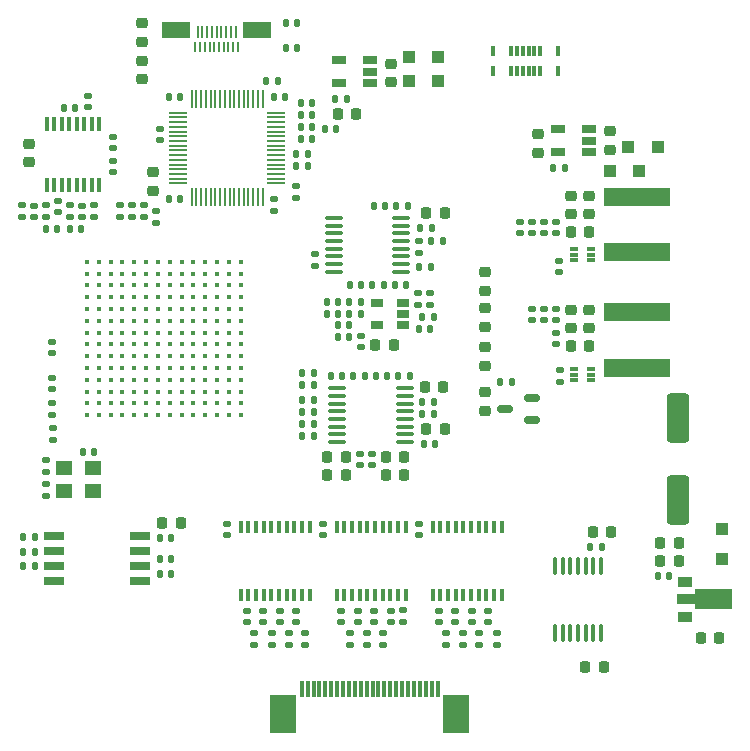
<source format=gbr>
%TF.GenerationSoftware,KiCad,Pcbnew,8.0.8*%
%TF.CreationDate,2025-02-13T12:54:14+01:00*%
%TF.ProjectId,hd_64_v0,68645f36-345f-4763-902e-6b696361645f,0.2*%
%TF.SameCoordinates,PX4737720PY55fe290*%
%TF.FileFunction,Paste,Top*%
%TF.FilePolarity,Positive*%
%FSLAX46Y46*%
G04 Gerber Fmt 4.6, Leading zero omitted, Abs format (unit mm)*
G04 Created by KiCad (PCBNEW 8.0.8) date 2025-02-13 12:54:14*
%MOMM*%
%LPD*%
G01*
G04 APERTURE LIST*
G04 Aperture macros list*
%AMRoundRect*
0 Rectangle with rounded corners*
0 $1 Rounding radius*
0 $2 $3 $4 $5 $6 $7 $8 $9 X,Y pos of 4 corners*
0 Add a 4 corners polygon primitive as box body*
4,1,4,$2,$3,$4,$5,$6,$7,$8,$9,$2,$3,0*
0 Add four circle primitives for the rounded corners*
1,1,$1+$1,$2,$3*
1,1,$1+$1,$4,$5*
1,1,$1+$1,$6,$7*
1,1,$1+$1,$8,$9*
0 Add four rect primitives between the rounded corners*
20,1,$1+$1,$2,$3,$4,$5,0*
20,1,$1+$1,$4,$5,$6,$7,0*
20,1,$1+$1,$6,$7,$8,$9,0*
20,1,$1+$1,$8,$9,$2,$3,0*%
%AMFreePoly0*
4,1,9,3.862500,-0.866500,0.737500,-0.866500,0.737500,-0.450000,-0.737500,-0.450000,-0.737500,0.450000,0.737500,0.450000,0.737500,0.866500,3.862500,0.866500,3.862500,-0.866500,3.862500,-0.866500,$1*%
G04 Aperture macros list end*
%ADD10RoundRect,0.218750X-0.218750X-0.256250X0.218750X-0.256250X0.218750X0.256250X-0.218750X0.256250X0*%
%ADD11RoundRect,0.218750X0.218750X0.256250X-0.218750X0.256250X-0.218750X-0.256250X0.218750X-0.256250X0*%
%ADD12RoundRect,0.218750X0.256250X-0.218750X0.256250X0.218750X-0.256250X0.218750X-0.256250X-0.218750X0*%
%ADD13RoundRect,0.147500X0.172500X-0.147500X0.172500X0.147500X-0.172500X0.147500X-0.172500X-0.147500X0*%
%ADD14RoundRect,0.147500X-0.172500X0.147500X-0.172500X-0.147500X0.172500X-0.147500X0.172500X0.147500X0*%
%ADD15RoundRect,0.150000X0.512500X0.150000X-0.512500X0.150000X-0.512500X-0.150000X0.512500X-0.150000X0*%
%ADD16RoundRect,0.147500X-0.147500X-0.172500X0.147500X-0.172500X0.147500X0.172500X-0.147500X0.172500X0*%
%ADD17R,0.400000X1.000000*%
%ADD18RoundRect,0.100000X0.637500X0.100000X-0.637500X0.100000X-0.637500X-0.100000X0.637500X-0.100000X0*%
%ADD19RoundRect,0.147500X0.147500X0.172500X-0.147500X0.172500X-0.147500X-0.172500X0.147500X-0.172500X0*%
%ADD20R,1.300000X0.900000*%
%ADD21FreePoly0,0.000000*%
%ADD22R,0.400000X1.200000*%
%ADD23R,2.200000X3.300000*%
%ADD24R,0.300000X1.400000*%
%ADD25RoundRect,0.100000X-0.637500X-0.100000X0.637500X-0.100000X0.637500X0.100000X-0.637500X0.100000X0*%
%ADD26R,1.000000X1.000000*%
%ADD27R,5.700000X1.600000*%
%ADD28RoundRect,0.250000X-0.700000X1.825000X-0.700000X-1.825000X0.700000X-1.825000X0.700000X1.825000X0*%
%ADD29R,1.060000X0.650000*%
%ADD30R,0.304800X0.863600*%
%ADD31RoundRect,0.218750X-0.256250X0.218750X-0.256250X-0.218750X0.256250X-0.218750X0.256250X0.218750X0*%
%ADD32R,0.700000X0.340000*%
%ADD33R,1.400000X1.200000*%
%ADD34RoundRect,0.062500X0.687500X0.062500X-0.687500X0.062500X-0.687500X-0.062500X0.687500X-0.062500X0*%
%ADD35RoundRect,0.062500X0.062500X0.687500X-0.062500X0.687500X-0.062500X-0.687500X0.062500X-0.687500X0*%
%ADD36R,1.220000X0.650000*%
%ADD37R,1.700000X0.650000*%
%ADD38C,0.450000*%
%ADD39R,0.230000X0.850000*%
%ADD40R,0.230000X1.000000*%
%ADD41R,2.400000X1.380000*%
%ADD42RoundRect,0.100000X0.100000X-0.637500X0.100000X0.637500X-0.100000X0.637500X-0.100000X-0.637500X0*%
G04 APERTURE END LIST*
D10*
X33121500Y24130000D03*
X34696500Y24130000D03*
D11*
X29743500Y24130000D03*
X28168500Y24130000D03*
D12*
X2924000Y49082500D03*
X2924000Y50657500D03*
D13*
X36888500Y37036000D03*
X36888500Y38006000D03*
D14*
X33528000Y11130000D03*
X33528000Y10160000D03*
D13*
X4826000Y27709000D03*
X4826000Y28679000D03*
D14*
X38989000Y11130000D03*
X38989000Y10160000D03*
X30099000Y9225000D03*
X30099000Y8255000D03*
D15*
X45460500Y27244000D03*
X45460500Y29144000D03*
X43185500Y28194000D03*
D16*
X2436000Y17399000D03*
X3406000Y17399000D03*
D12*
X52093000Y50139500D03*
X52093000Y51714500D03*
D17*
X28952000Y12444000D03*
X29602000Y12444000D03*
X30252000Y12444000D03*
X30902000Y12444000D03*
X31552000Y12444000D03*
X32202000Y12444000D03*
X32852000Y12444000D03*
X33502000Y12444000D03*
X34152000Y12444000D03*
X34802000Y12444000D03*
X34802000Y18244000D03*
X34152000Y18244000D03*
X33502000Y18244000D03*
X32852000Y18244000D03*
X32202000Y18244000D03*
X31552000Y18244000D03*
X30902000Y18244000D03*
X30252000Y18244000D03*
X29602000Y18244000D03*
X28952000Y18244000D03*
D18*
X34739500Y25411000D03*
X34739500Y26061000D03*
X34739500Y26711000D03*
X34739500Y27361000D03*
X34739500Y28011000D03*
X34739500Y28661000D03*
X34739500Y29311000D03*
X34739500Y29961000D03*
X29014500Y29961000D03*
X29014500Y29311000D03*
X29014500Y28661000D03*
X29014500Y28011000D03*
X29014500Y27361000D03*
X29014500Y26711000D03*
X29014500Y26061000D03*
X29014500Y25411000D03*
D14*
X30929500Y24402000D03*
X30929500Y23432000D03*
D19*
X24615000Y54610000D03*
X23645000Y54610000D03*
D20*
X58476500Y13589000D03*
D21*
X58564000Y12089000D03*
D20*
X58476500Y10589000D03*
D14*
X25527000Y11130000D03*
X25527000Y10160000D03*
D19*
X51412000Y16510000D03*
X50442000Y16510000D03*
D13*
X5334000Y44854000D03*
X5334000Y45824000D03*
D19*
X37188000Y27813000D03*
X36218000Y27813000D03*
D10*
X56362500Y16891000D03*
X57937500Y16891000D03*
D14*
X42545000Y9225000D03*
X42545000Y8255000D03*
D10*
X33121500Y22606000D03*
X34696500Y22606000D03*
D16*
X28139000Y36270000D03*
X29109000Y36270000D03*
D22*
X4401500Y47170000D03*
X5036500Y47170000D03*
X5671500Y47170000D03*
X6306500Y47170000D03*
X6941500Y47170000D03*
X7576500Y47170000D03*
X8211500Y47170000D03*
X8846500Y47170000D03*
X8846500Y52370000D03*
X8211500Y52370000D03*
X7576500Y52370000D03*
X6941500Y52370000D03*
X6306500Y52370000D03*
X5671500Y52370000D03*
X5036500Y52370000D03*
X4401500Y52370000D03*
D23*
X24400000Y2407500D03*
X39100000Y2407500D03*
D24*
X26000000Y4477500D03*
X26500000Y4477500D03*
X27000000Y4477500D03*
X27500000Y4477500D03*
X28000000Y4477500D03*
X28500000Y4477500D03*
X29000000Y4477500D03*
X29500000Y4477500D03*
X30000000Y4477500D03*
X30500000Y4477500D03*
X31000000Y4477500D03*
X31500000Y4477500D03*
X32000000Y4477500D03*
X32500000Y4477500D03*
X33000000Y4477500D03*
X33500000Y4477500D03*
X34000000Y4477500D03*
X34500000Y4477500D03*
X35000000Y4477500D03*
X35500000Y4477500D03*
X36000000Y4477500D03*
X36500000Y4477500D03*
X37000000Y4477500D03*
X37500000Y4477500D03*
D14*
X30734000Y11130000D03*
X30734000Y10160000D03*
D19*
X27028000Y28956000D03*
X26058000Y28956000D03*
D25*
X28692000Y44368000D03*
X28692000Y43718000D03*
X28692000Y43068000D03*
X28692000Y42418000D03*
X28692000Y41768000D03*
X28692000Y41118000D03*
X28692000Y40468000D03*
X28692000Y39818000D03*
X34417000Y39818000D03*
X34417000Y40468000D03*
X34417000Y41118000D03*
X34417000Y41768000D03*
X34417000Y42418000D03*
X34417000Y43068000D03*
X34417000Y43718000D03*
X34417000Y44368000D03*
D14*
X7386000Y45429000D03*
X7386000Y44459000D03*
D26*
X61595000Y18014000D03*
X61595000Y15514000D03*
D27*
X54399000Y41465000D03*
X54399000Y46165000D03*
D19*
X26520000Y48768000D03*
X25550000Y48768000D03*
X34833500Y38664000D03*
X33863500Y38664000D03*
D10*
X28168500Y22606000D03*
X29743500Y22606000D03*
D16*
X29039000Y34270000D03*
X30009000Y34270000D03*
D19*
X29822000Y54483000D03*
X28852000Y54483000D03*
D14*
X29337000Y11130000D03*
X29337000Y10160000D03*
D28*
X57872500Y27478000D03*
X57872500Y20528000D03*
D12*
X41529000Y35153500D03*
X41529000Y36728500D03*
D16*
X23010000Y56007000D03*
X23980000Y56007000D03*
D10*
X36423500Y30099000D03*
X37998500Y30099000D03*
D26*
X53657000Y50419000D03*
X56157000Y50419000D03*
D19*
X36934000Y40259000D03*
X35964000Y40259000D03*
D29*
X34559500Y35301000D03*
X34559500Y36251000D03*
X34559500Y37201000D03*
X32359500Y37201000D03*
X32359500Y35301000D03*
D11*
X38125500Y44760000D03*
X36550500Y44760000D03*
D14*
X23624000Y45955000D03*
X23624000Y44985000D03*
D16*
X26058000Y26924000D03*
X27028000Y26924000D03*
D13*
X19685000Y17526000D03*
X19685000Y18496000D03*
D30*
X47708000Y56793000D03*
X46208000Y56793000D03*
X45708001Y56793000D03*
X45208000Y56793000D03*
X44708000Y56793000D03*
X44207999Y56793000D03*
X43708000Y56793000D03*
X42208000Y56793000D03*
X42208000Y58523000D03*
X43708000Y58523000D03*
X44207999Y58523000D03*
X44708000Y58523000D03*
X45208000Y58523000D03*
X45708001Y58523000D03*
X46208000Y58523000D03*
X47708000Y58523000D03*
D19*
X5311000Y43434000D03*
X4341000Y43434000D03*
D13*
X47541000Y43076000D03*
X47541000Y44046000D03*
D19*
X15725000Y54610000D03*
X14755000Y54610000D03*
D10*
X50647500Y17780000D03*
X52222500Y17780000D03*
D19*
X48280000Y48641000D03*
X47310000Y48641000D03*
X33251000Y30988000D03*
X32281000Y30988000D03*
D16*
X28139000Y37270000D03*
X29109000Y37270000D03*
D14*
X4318000Y21821000D03*
X4318000Y20851000D03*
X26289000Y9225000D03*
X26289000Y8255000D03*
D10*
X48785500Y43180000D03*
X50360500Y43180000D03*
D19*
X36992500Y43490000D03*
X36022500Y43490000D03*
X26520000Y49784000D03*
X25550000Y49784000D03*
D14*
X4924000Y26555000D03*
X4924000Y25585000D03*
D31*
X50335000Y46253500D03*
X50335000Y44678500D03*
D19*
X27028000Y31242000D03*
X26058000Y31242000D03*
D10*
X56362500Y15367000D03*
X57937500Y15367000D03*
D14*
X2286000Y45443000D03*
X2286000Y44473000D03*
D13*
X10053000Y50301000D03*
X10053000Y51271000D03*
D14*
X21971000Y9225000D03*
X21971000Y8255000D03*
D12*
X41529000Y38201500D03*
X41529000Y39776500D03*
D19*
X26901000Y52070000D03*
X25931000Y52070000D03*
D14*
X24892000Y9225000D03*
X24892000Y8255000D03*
D19*
X57127000Y14097000D03*
X56157000Y14097000D03*
D10*
X29057500Y53213000D03*
X30632500Y53213000D03*
D19*
X35156000Y30988000D03*
X34186000Y30988000D03*
D14*
X13624000Y44955000D03*
X13624000Y43985000D03*
X30988000Y34394000D03*
X30988000Y33424000D03*
D11*
X51587500Y6350000D03*
X50012500Y6350000D03*
D19*
X31346000Y30988000D03*
X30376000Y30988000D03*
D14*
X6350000Y45443000D03*
X6350000Y44473000D03*
D19*
X32928500Y38664000D03*
X31958500Y38664000D03*
D32*
X50534000Y40775000D03*
X50534000Y41275000D03*
X50534000Y41775000D03*
X49034000Y41775000D03*
X49034000Y41275000D03*
X49034000Y40775000D03*
D12*
X12446000Y56108500D03*
X12446000Y57683500D03*
D13*
X27813000Y17526000D03*
X27813000Y18496000D03*
D19*
X28933000Y51943000D03*
X27963000Y51943000D03*
D14*
X41783000Y11130000D03*
X41783000Y10160000D03*
D33*
X5912000Y21275000D03*
X8312000Y21275000D03*
X8312000Y23175000D03*
X5912000Y23175000D03*
D14*
X27109500Y41308000D03*
X27109500Y40338000D03*
D16*
X33990500Y45395000D03*
X34960500Y45395000D03*
D19*
X15709000Y45970000D03*
X14739000Y45970000D03*
X26901000Y54102000D03*
X25931000Y54102000D03*
D12*
X33528000Y55854500D03*
X33528000Y57429500D03*
D14*
X32893000Y9225000D03*
X32893000Y8255000D03*
D19*
X37315000Y25273000D03*
X36345000Y25273000D03*
D11*
X33807500Y33655000D03*
X32232500Y33655000D03*
D16*
X2436000Y16129000D03*
X3406000Y16129000D03*
X36980000Y42418000D03*
X37950000Y42418000D03*
D14*
X11624000Y45455000D03*
X11624000Y44485000D03*
X10624000Y45455000D03*
X10624000Y44485000D03*
D31*
X41529000Y33426500D03*
X41529000Y31851500D03*
D14*
X45466000Y36680000D03*
X45466000Y35710000D03*
X41021000Y9225000D03*
X41021000Y8255000D03*
D34*
X23860000Y47292000D03*
X23860000Y47692000D03*
X23860000Y48092000D03*
X23860000Y48492000D03*
X23860000Y48892000D03*
X23860000Y49292000D03*
X23860000Y49692000D03*
X23860000Y50092000D03*
X23860000Y50492000D03*
X23860000Y50892000D03*
X23860000Y51292000D03*
X23860000Y51692000D03*
X23860000Y52092000D03*
X23860000Y52492000D03*
X23860000Y52892000D03*
X23860000Y53292000D03*
D35*
X22685000Y54467000D03*
X22285000Y54467000D03*
X21885000Y54467000D03*
X21485000Y54467000D03*
X21085000Y54467000D03*
X20685000Y54467000D03*
X20285000Y54467000D03*
X19885000Y54467000D03*
X19485000Y54467000D03*
X19085000Y54467000D03*
X18685000Y54467000D03*
X18285000Y54467000D03*
X17885000Y54467000D03*
X17485000Y54467000D03*
X17085000Y54467000D03*
X16685000Y54467000D03*
D34*
X15510000Y53292000D03*
X15510000Y52892000D03*
X15510000Y52492000D03*
X15510000Y52092000D03*
X15510000Y51692000D03*
X15510000Y51292000D03*
X15510000Y50892000D03*
X15510000Y50492000D03*
X15510000Y50092000D03*
X15510000Y49692000D03*
X15510000Y49292000D03*
X15510000Y48892000D03*
X15510000Y48492000D03*
X15510000Y48092000D03*
X15510000Y47692000D03*
X15510000Y47292000D03*
D35*
X16685000Y46117000D03*
X17085000Y46117000D03*
X17485000Y46117000D03*
X17885000Y46117000D03*
X18285000Y46117000D03*
X18685000Y46117000D03*
X19085000Y46117000D03*
X19485000Y46117000D03*
X19885000Y46117000D03*
X20285000Y46117000D03*
X20685000Y46117000D03*
X21085000Y46117000D03*
X21485000Y46117000D03*
X21885000Y46117000D03*
X22285000Y46117000D03*
X22685000Y46117000D03*
D14*
X3324000Y45429000D03*
X3324000Y44459000D03*
D10*
X36550500Y26543000D03*
X38125500Y26543000D03*
D14*
X47879000Y31473000D03*
X47879000Y30503000D03*
X37592000Y11130000D03*
X37592000Y10160000D03*
D12*
X46017000Y49885500D03*
X46017000Y51460500D03*
D13*
X34544000Y10183000D03*
X34544000Y11153000D03*
D14*
X31945500Y24402000D03*
X31945500Y23432000D03*
D36*
X31790000Y55819000D03*
X31790000Y56769000D03*
X31790000Y57719000D03*
X29170000Y57719000D03*
X29170000Y55819000D03*
D14*
X7874000Y54714000D03*
X7874000Y53744000D03*
X35872500Y38006000D03*
X35872500Y37036000D03*
X31496000Y9225000D03*
X31496000Y8255000D03*
D31*
X50335000Y36601500D03*
X50335000Y35026500D03*
D19*
X29441000Y30988000D03*
X28471000Y30988000D03*
D16*
X24661000Y60870000D03*
X25631000Y60870000D03*
D19*
X27028000Y30226000D03*
X26058000Y30226000D03*
D26*
X35072000Y58039000D03*
X37572000Y58039000D03*
D13*
X13970000Y50973000D03*
X13970000Y51943000D03*
D14*
X38227000Y9225000D03*
X38227000Y8255000D03*
X32131000Y11130000D03*
X32131000Y10160000D03*
D37*
X5024000Y17410000D03*
X5024000Y16140000D03*
X5024000Y14870000D03*
X5024000Y13600000D03*
X12324000Y13600000D03*
X12324000Y14870000D03*
X12324000Y16140000D03*
X12324000Y17410000D03*
D16*
X25931000Y51054000D03*
X26901000Y51054000D03*
D14*
X40386000Y11130000D03*
X40386000Y10160000D03*
X22733000Y11130000D03*
X22733000Y10160000D03*
D13*
X47541000Y33678000D03*
X47541000Y34648000D03*
D19*
X37188000Y28829000D03*
X36218000Y28829000D03*
D12*
X12446000Y59283500D03*
X12446000Y60858500D03*
D14*
X44450000Y44046000D03*
X44450000Y43076000D03*
D38*
X20824000Y27670000D03*
X19824000Y27670000D03*
X18824000Y27670000D03*
X17824000Y27670000D03*
X16824000Y27670000D03*
X15824000Y27670000D03*
X14824000Y27670000D03*
X13824000Y27670000D03*
X12824000Y27670000D03*
X11824000Y27670000D03*
X10824000Y27670000D03*
X9824000Y27670000D03*
X8824000Y27670000D03*
X7824000Y27670000D03*
X20824000Y28670000D03*
X19824000Y28670000D03*
X18824000Y28670000D03*
X17824000Y28670000D03*
X16824000Y28670000D03*
X15824000Y28670000D03*
X14824000Y28670000D03*
X13824000Y28670000D03*
X12824000Y28670000D03*
X11824000Y28670000D03*
X10824000Y28670000D03*
X9824000Y28670000D03*
X8824000Y28670000D03*
X7824000Y28670000D03*
X20824000Y29670000D03*
X19824000Y29670000D03*
X18824000Y29670000D03*
X17824000Y29670000D03*
X16824000Y29670000D03*
X15824000Y29670000D03*
X14824000Y29670000D03*
X13824000Y29670000D03*
X12824000Y29670000D03*
X11824000Y29670000D03*
X10824000Y29670000D03*
X9824000Y29670000D03*
X8824000Y29670000D03*
X7824000Y29670000D03*
X20824000Y30670000D03*
X19824000Y30670000D03*
X18824000Y30670000D03*
X17824000Y30670000D03*
X16824000Y30670000D03*
X15824000Y30670000D03*
X14824000Y30670000D03*
X13824000Y30670000D03*
X12824000Y30670000D03*
X11824000Y30670000D03*
X10824000Y30670000D03*
X9824000Y30670000D03*
X8824000Y30670000D03*
X7824000Y30670000D03*
X20824000Y31670000D03*
X19824000Y31670000D03*
X18824000Y31670000D03*
X17824000Y31670000D03*
X16824000Y31670000D03*
X15824000Y31670000D03*
X14824000Y31670000D03*
X13824000Y31670000D03*
X12824000Y31670000D03*
X11824000Y31670000D03*
X10824000Y31670000D03*
X9824000Y31670000D03*
X8824000Y31670000D03*
X7824000Y31670000D03*
X20824000Y32670000D03*
X19824000Y32670000D03*
X18824000Y32670000D03*
X17824000Y32670000D03*
X16824000Y32670000D03*
X15824000Y32670000D03*
X14824000Y32670000D03*
X13824000Y32670000D03*
X12824000Y32670000D03*
X11824000Y32670000D03*
X10824000Y32670000D03*
X9824000Y32670000D03*
X8824000Y32670000D03*
X7824000Y32670000D03*
X20824000Y33670000D03*
X19824000Y33670000D03*
X18824000Y33670000D03*
X17824000Y33670000D03*
X16824000Y33670000D03*
X15824000Y33670000D03*
X14824000Y33670000D03*
X13824000Y33670000D03*
X12824000Y33670000D03*
X11824000Y33670000D03*
X10824000Y33670000D03*
X9824000Y33670000D03*
X8824000Y33670000D03*
X7824000Y33670000D03*
X20824000Y34670000D03*
X19824000Y34670000D03*
X18824000Y34670000D03*
X17824000Y34670000D03*
X16824000Y34670000D03*
X15824000Y34670000D03*
X14824000Y34670000D03*
X13824000Y34670000D03*
X12824000Y34670000D03*
X11824000Y34670000D03*
X10824000Y34670000D03*
X9824000Y34670000D03*
X8824000Y34670000D03*
X7824000Y34670000D03*
X20824000Y35670000D03*
X19824000Y35670000D03*
X18824000Y35670000D03*
X17824000Y35670000D03*
X16824000Y35670000D03*
X15824000Y35670000D03*
X14824000Y35670000D03*
X13824000Y35670000D03*
X12824000Y35670000D03*
X11824000Y35670000D03*
X10824000Y35670000D03*
X9824000Y35670000D03*
X8824000Y35670000D03*
X7824000Y35670000D03*
X20824000Y36670000D03*
X19824000Y36670000D03*
X18824000Y36670000D03*
X17824000Y36670000D03*
X16824000Y36670000D03*
X15824000Y36670000D03*
X14824000Y36670000D03*
X13824000Y36670000D03*
X12824000Y36670000D03*
X11824000Y36670000D03*
X10824000Y36670000D03*
X9824000Y36670000D03*
X8824000Y36670000D03*
X7824000Y36670000D03*
X20824000Y37670000D03*
X19824000Y37670000D03*
X18824000Y37670000D03*
X17824000Y37670000D03*
X16824000Y37670000D03*
X15824000Y37670000D03*
X14824000Y37670000D03*
X13824000Y37670000D03*
X12824000Y37670000D03*
X11824000Y37670000D03*
X10824000Y37670000D03*
X9824000Y37670000D03*
X8824000Y37670000D03*
X7824000Y37670000D03*
X20824000Y38670000D03*
X19824000Y38670000D03*
X18824000Y38670000D03*
X17824000Y38670000D03*
X16824000Y38670000D03*
X15824000Y38670000D03*
X14824000Y38670000D03*
X13824000Y38670000D03*
X12824000Y38670000D03*
X11824000Y38670000D03*
X10824000Y38670000D03*
X9824000Y38670000D03*
X8824000Y38670000D03*
X7824000Y38670000D03*
X20824000Y39670000D03*
X19824000Y39670000D03*
X18824000Y39670000D03*
X17824000Y39670000D03*
X16824000Y39670000D03*
X15824000Y39670000D03*
X14824000Y39670000D03*
X13824000Y39670000D03*
X12824000Y39670000D03*
X11824000Y39670000D03*
X10824000Y39670000D03*
X9824000Y39670000D03*
X8824000Y39670000D03*
X7824000Y39670000D03*
X20824000Y40670000D03*
X19824000Y40670000D03*
X18824000Y40670000D03*
X17824000Y40670000D03*
X16824000Y40670000D03*
X15824000Y40670000D03*
X14824000Y40670000D03*
X13824000Y40670000D03*
X12824000Y40670000D03*
X11824000Y40670000D03*
X10824000Y40670000D03*
X9824000Y40670000D03*
X8824000Y40670000D03*
X7824000Y40670000D03*
D19*
X43792000Y30480000D03*
X42822000Y30480000D03*
D13*
X35941000Y17526000D03*
X35941000Y18496000D03*
D39*
X16996000Y58852000D03*
D40*
X17196000Y60077000D03*
D39*
X17396000Y58852000D03*
D40*
X17596000Y60077000D03*
D39*
X17796000Y58852000D03*
D40*
X17996000Y60077000D03*
D39*
X18196000Y58852000D03*
D40*
X18396000Y60077000D03*
D39*
X18596000Y58852000D03*
D40*
X18796000Y60077000D03*
D39*
X18996000Y58852000D03*
D40*
X19196000Y60077000D03*
D39*
X19396000Y58852000D03*
D40*
X19596000Y60077000D03*
D39*
X19796000Y58852000D03*
D40*
X19996000Y60077000D03*
D39*
X20196000Y58852000D03*
D40*
X20396000Y60077000D03*
D39*
X20596000Y58852000D03*
D41*
X22246000Y60267000D03*
X15346000Y60267000D03*
D16*
X24661000Y58801000D03*
X25631000Y58801000D03*
D19*
X31023500Y38664000D03*
X30053500Y38664000D03*
D16*
X7439000Y24570000D03*
X8409000Y24570000D03*
D32*
X50534000Y30615000D03*
X50534000Y31115000D03*
X50534000Y31615000D03*
X49034000Y31615000D03*
X49034000Y31115000D03*
X49034000Y30615000D03*
D13*
X46482000Y35710000D03*
X46482000Y36680000D03*
D31*
X48811000Y46253500D03*
X48811000Y44678500D03*
D13*
X4826000Y32916000D03*
X4826000Y33886000D03*
D19*
X14963000Y17272000D03*
X13993000Y17272000D03*
D10*
X48785500Y33528000D03*
X50360500Y33528000D03*
D14*
X12624000Y45455000D03*
X12624000Y44485000D03*
D16*
X35895500Y34981000D03*
X36865500Y34981000D03*
D19*
X37188000Y35997000D03*
X36218000Y35997000D03*
D14*
X4824000Y30855000D03*
X4824000Y29885000D03*
D42*
X47453000Y9202500D03*
X48103000Y9202500D03*
X48753000Y9202500D03*
X49403000Y9202500D03*
X50053000Y9202500D03*
X50703000Y9202500D03*
X51353000Y9202500D03*
X51353000Y14927500D03*
X50703000Y14927500D03*
X50053000Y14927500D03*
X49403000Y14927500D03*
X48753000Y14927500D03*
X48103000Y14927500D03*
X47453000Y14927500D03*
D31*
X41529000Y29616500D03*
X41529000Y28041500D03*
D16*
X32085500Y45395000D03*
X33055500Y45395000D03*
D19*
X31009000Y37270000D03*
X30039000Y37270000D03*
D26*
X52070000Y48387000D03*
X54570000Y48387000D03*
D36*
X50355000Y49977000D03*
X50355000Y50927000D03*
X50355000Y51877000D03*
X47735000Y51877000D03*
X47735000Y49977000D03*
D14*
X8382000Y45443000D03*
X8382000Y44473000D03*
X46482000Y44046000D03*
X46482000Y43076000D03*
D16*
X26058000Y27940000D03*
X27028000Y27940000D03*
D19*
X14963000Y14224000D03*
X13993000Y14224000D03*
D14*
X4318000Y45443000D03*
X4318000Y44473000D03*
D13*
X10053000Y48269000D03*
X10053000Y49239000D03*
D19*
X26901000Y53086000D03*
X25931000Y53086000D03*
D13*
X45466000Y43076000D03*
X45466000Y44046000D03*
D12*
X13424000Y46682500D03*
X13424000Y48257500D03*
D10*
X59791500Y8787000D03*
X61366500Y8787000D03*
D16*
X26058000Y25908000D03*
X27028000Y25908000D03*
D19*
X14963000Y15494000D03*
X13993000Y15494000D03*
D27*
X54399000Y31686000D03*
X54399000Y36386000D03*
D16*
X2436000Y14870000D03*
X3406000Y14870000D03*
D14*
X25524000Y47055000D03*
X25524000Y46085000D03*
D10*
X14198500Y18542000D03*
X15773500Y18542000D03*
D14*
X23495000Y9225000D03*
X23495000Y8255000D03*
D16*
X6350000Y43434000D03*
X7320000Y43434000D03*
D14*
X21336000Y11130000D03*
X21336000Y10160000D03*
X47498000Y36680000D03*
X47498000Y35710000D03*
D13*
X35941000Y41425000D03*
X35941000Y42395000D03*
D14*
X24130000Y11130000D03*
X24130000Y10160000D03*
D16*
X5865000Y53721000D03*
X6835000Y53721000D03*
D17*
X37080000Y12444000D03*
X37730000Y12444000D03*
X38380000Y12444000D03*
X39030000Y12444000D03*
X39680000Y12444000D03*
X40330000Y12444000D03*
X40980000Y12444000D03*
X41630000Y12444000D03*
X42280000Y12444000D03*
X42930000Y12444000D03*
X42930000Y18244000D03*
X42280000Y18244000D03*
X41630000Y18244000D03*
X40980000Y18244000D03*
X40330000Y18244000D03*
X39680000Y18244000D03*
X39030000Y18244000D03*
X38380000Y18244000D03*
X37730000Y18244000D03*
X37080000Y18244000D03*
D14*
X47752000Y40744000D03*
X47752000Y39774000D03*
X39624000Y9225000D03*
X39624000Y8255000D03*
D16*
X29039000Y35270000D03*
X30009000Y35270000D03*
D14*
X4318000Y23853000D03*
X4318000Y22883000D03*
D31*
X48811000Y36601500D03*
X48811000Y35026500D03*
D19*
X31009000Y36270000D03*
X30039000Y36270000D03*
D26*
X35072000Y56007000D03*
X37572000Y56007000D03*
D17*
X20824000Y12444000D03*
X21474000Y12444000D03*
X22124000Y12444000D03*
X22774000Y12444000D03*
X23424000Y12444000D03*
X24074000Y12444000D03*
X24724000Y12444000D03*
X25374000Y12444000D03*
X26024000Y12444000D03*
X26674000Y12444000D03*
X26674000Y18244000D03*
X26024000Y18244000D03*
X25374000Y18244000D03*
X24724000Y18244000D03*
X24074000Y18244000D03*
X23424000Y18244000D03*
X22774000Y18244000D03*
X22124000Y18244000D03*
X21474000Y18244000D03*
X20824000Y18244000D03*
M02*

</source>
